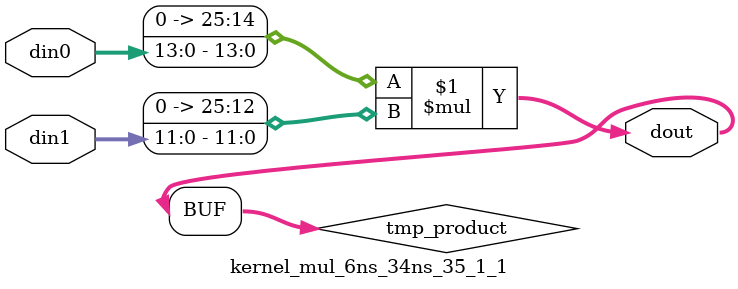
<source format=v>

`timescale 1 ns / 1 ps

  module kernel_mul_6ns_34ns_35_1_1(din0, din1, dout);
parameter ID = 1;
parameter NUM_STAGE = 0;
parameter din0_WIDTH = 14;
parameter din1_WIDTH = 12;
parameter dout_WIDTH = 26;

input [din0_WIDTH - 1 : 0] din0; 
input [din1_WIDTH - 1 : 0] din1; 
output [dout_WIDTH - 1 : 0] dout;

wire signed [dout_WIDTH - 1 : 0] tmp_product;










assign tmp_product = $signed({1'b0, din0}) * $signed({1'b0, din1});











assign dout = tmp_product;







endmodule

</source>
